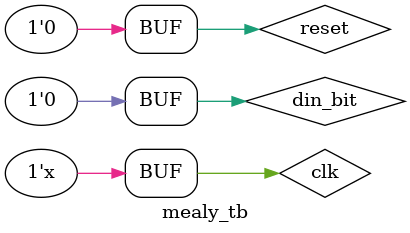
<source format=v>
`timescale 1ns / 1ps

module mealy_tb;
    reg clk, reset, din_bit;
    wire dout_bit;

    // Mealy FSM 인스턴스화
    mealy uut (
        .clk(clk),
        .reset(reset),
        .din_bit(din_bit),
        .dout_bit(dout_bit)
    );

    // 클럭 생성 (주기 10ns)
    always #5 clk = ~clk;

    initial begin
        // 초기화
        clk = 0;
        reset = 1;
        din_bit = 0;
        #15 reset = 0; // 15ns 후 리셋 비활성화

        // 입력 시퀀스 (0110 패턴 포함)
        #10 din_bit = 0;
        #10 din_bit = 1;
        #10 din_bit = 1;
        #10 din_bit = 0; // "0110" -> detect_out이 1이어야 함
        #10 din_bit = 1;
        #10 din_bit = 0;
        #10 din_bit = 0;
        #10 din_bit = 1;
        #10 din_bit = 1;
        #10 din_bit = 0; // 다시 "0110" 입력
        #10 din_bit = 1;
        #10 din_bit = 1;
        #10 din_bit = 0;

        // 시뮬레이션 종료
        // #20 $finish;
    end

    // VCD 파일 생성 (파형 분석용)
    // initial begin
    //     $dumpfile("mealy_tb.vcd");
    //     $dumpvars(0, mealy_tb);
    // end
endmodule


</source>
